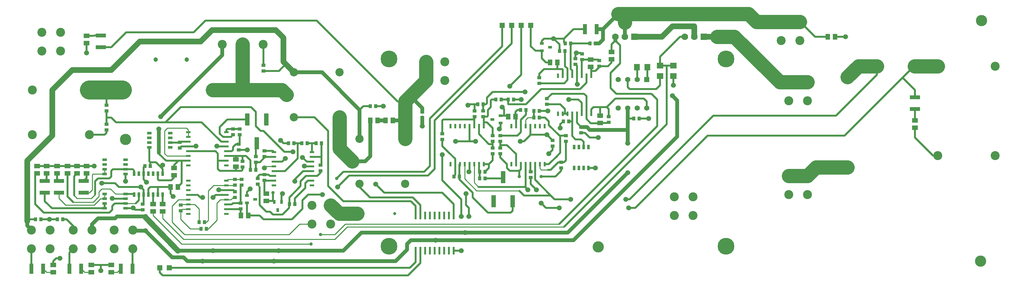
<source format=gtl>
G04 (created by PCBNEW (2013-07-07 BZR 4022)-stable) date 3/11/2016 5:09:17 AM*
%MOIN*%
G04 Gerber Fmt 3.4, Leading zero omitted, Abs format*
%FSLAX34Y34*%
G01*
G70*
G90*
G04 APERTURE LIST*
%ADD10C,0.00590551*%
%ADD11C,0.0944882*%
%ADD12R,0.0315X0.0394*%
%ADD13R,0.0394X0.0315*%
%ADD14R,0.045X0.02*%
%ADD15R,0.02X0.045*%
%ADD16R,0.05X0.025*%
%ADD17R,0.025X0.05*%
%ADD18C,0.0866142*%
%ADD19C,0.0744094*%
%ADD20C,0.0314961*%
%ADD21R,0.055X0.055*%
%ADD22C,0.055*%
%ADD23C,0.177165*%
%ADD24R,0.071X0.063*%
%ADD25R,0.063X0.071*%
%ADD26R,0.059X0.0512*%
%ADD27R,0.0512X0.059*%
%ADD28R,0.0394X0.0354*%
%ADD29R,0.0354X0.0394*%
%ADD30R,0.0433071X0.110236*%
%ADD31R,0.110236X0.0433071*%
%ADD32R,0.023622X0.0787402*%
%ADD33C,0.07*%
%ADD34R,0.07X0.07*%
%ADD35C,0.0472441*%
%ADD36R,0.0468504X0.129921*%
%ADD37C,0.11811*%
%ADD38C,0.0525197*%
%ADD39C,0.035*%
%ADD40C,0.0201575*%
%ADD41C,0.04*%
%ADD42C,0.0601575*%
%ADD43C,0.01*%
%ADD44C,0.15*%
%ADD45C,0.201575*%
G04 APERTURE END LIST*
G54D10*
G54D11*
X26650Y-10300D03*
X28800Y-10300D03*
X30949Y-10300D03*
G54D12*
X32500Y-27733D03*
X32125Y-26867D03*
X32875Y-26867D03*
G54D13*
X30133Y-26600D03*
X29267Y-26975D03*
X29267Y-26225D03*
X61133Y-10600D03*
X60267Y-10975D03*
X60267Y-10225D03*
X55067Y-18200D03*
X55933Y-17825D03*
X55933Y-18575D03*
G54D14*
X32100Y-21650D03*
X32100Y-22150D03*
X32100Y-22650D03*
X32100Y-23150D03*
X32100Y-23650D03*
X32100Y-24150D03*
X32100Y-24650D03*
X32100Y-25150D03*
X36100Y-25150D03*
X36100Y-24650D03*
X36100Y-24150D03*
X36100Y-23650D03*
X36100Y-23150D03*
X36100Y-22650D03*
X36100Y-22150D03*
X36100Y-21650D03*
X23100Y-19550D03*
X23100Y-20050D03*
X23100Y-20550D03*
X23100Y-21050D03*
X23100Y-21550D03*
X23100Y-22050D03*
X23100Y-22550D03*
X23100Y-23050D03*
X27100Y-23050D03*
X27100Y-22550D03*
X27100Y-22050D03*
X27100Y-21550D03*
X27100Y-21050D03*
X27100Y-20550D03*
X27100Y-20050D03*
X27100Y-19550D03*
G54D15*
X54150Y-18900D03*
X53650Y-18900D03*
X53150Y-18900D03*
X52650Y-18900D03*
X52150Y-18900D03*
X51650Y-18900D03*
X51150Y-18900D03*
X50650Y-18900D03*
X50650Y-22900D03*
X51150Y-22900D03*
X51650Y-22900D03*
X52150Y-22900D03*
X52650Y-22900D03*
X53150Y-22900D03*
X53650Y-22900D03*
X54150Y-22900D03*
X60550Y-18900D03*
X60050Y-18900D03*
X59550Y-18900D03*
X59050Y-18900D03*
X58550Y-18900D03*
X58050Y-18900D03*
X57550Y-18900D03*
X57050Y-18900D03*
X57050Y-22900D03*
X57550Y-22900D03*
X58050Y-22900D03*
X58550Y-22900D03*
X59050Y-22900D03*
X59550Y-22900D03*
X60050Y-22900D03*
X60550Y-22900D03*
X65450Y-13600D03*
X64950Y-13600D03*
X64450Y-13600D03*
X63950Y-13600D03*
X63450Y-13600D03*
X62950Y-13600D03*
X62450Y-13600D03*
X61950Y-13600D03*
X61950Y-17600D03*
X62450Y-17600D03*
X62950Y-17600D03*
X63450Y-17600D03*
X63950Y-17600D03*
X64450Y-17600D03*
X64950Y-17600D03*
X65450Y-17600D03*
G54D14*
X23100Y-24650D03*
X23100Y-25150D03*
X23100Y-25650D03*
X23100Y-26150D03*
X23100Y-26650D03*
X23100Y-27150D03*
X23100Y-27650D03*
X23100Y-28150D03*
X27100Y-28150D03*
X27100Y-27650D03*
X27100Y-27150D03*
X27100Y-26650D03*
X27100Y-26150D03*
X27100Y-25650D03*
X27100Y-25150D03*
X27100Y-24650D03*
G54D16*
X16500Y-27550D03*
X16500Y-27050D03*
X16500Y-26550D03*
X16500Y-26050D03*
X14300Y-26050D03*
X14300Y-26550D03*
X14300Y-27050D03*
X14300Y-27550D03*
X19000Y-19650D03*
X19000Y-20150D03*
X19000Y-20650D03*
X19000Y-21150D03*
X21200Y-21150D03*
X21200Y-20650D03*
X21200Y-20150D03*
X21200Y-19650D03*
G54D17*
X63650Y-23300D03*
X64150Y-23300D03*
X64650Y-23300D03*
X65150Y-23300D03*
X65150Y-21100D03*
X64650Y-21100D03*
X64150Y-21100D03*
X63650Y-21100D03*
X17400Y-26100D03*
X17900Y-26100D03*
X18400Y-26100D03*
X18900Y-26100D03*
X19400Y-26100D03*
X19900Y-26100D03*
X20400Y-26100D03*
X20400Y-23900D03*
X19900Y-23900D03*
X19400Y-23900D03*
X18900Y-23900D03*
X18400Y-23900D03*
X17900Y-23900D03*
X17400Y-23900D03*
G54D11*
X6600Y-31800D03*
X6600Y-29831D03*
X8568Y-29831D03*
X8568Y-31800D03*
X11000Y-31800D03*
X11000Y-29831D03*
X12968Y-29831D03*
X12968Y-31800D03*
X15300Y-31800D03*
X15300Y-29831D03*
X17268Y-29831D03*
X17268Y-31800D03*
X87400Y-9900D03*
X85431Y-9900D03*
X85431Y-7931D03*
X87400Y-7931D03*
X74200Y-28300D03*
X74200Y-26331D03*
X76168Y-26331D03*
X76168Y-28300D03*
X36100Y-29200D03*
X36100Y-27231D03*
X38068Y-27231D03*
X38068Y-29200D03*
X48100Y-14100D03*
X48100Y-12131D03*
X50068Y-12131D03*
X50068Y-14100D03*
G54D18*
X45901Y-24962D03*
X41098Y-20237D03*
X40311Y-22600D03*
X41098Y-24962D03*
X45901Y-20237D03*
X39001Y-17962D03*
X34198Y-13237D03*
X33411Y-15600D03*
X34198Y-17962D03*
X39001Y-13237D03*
G54D19*
X25651Y-15100D03*
X16148Y-15100D03*
X92400Y-13748D03*
X92400Y-23251D03*
G54D20*
X95500Y-12600D03*
X99437Y-12600D03*
X44800Y-28100D03*
X40862Y-28100D03*
G54D21*
X56100Y-8300D03*
X58100Y-8300D03*
X57100Y-8300D03*
X59100Y-8300D03*
X20100Y-33800D03*
X21100Y-33800D03*
G54D11*
X88200Y-24131D03*
X86231Y-24131D03*
X86231Y-26100D03*
X88200Y-26100D03*
X88200Y-14288D03*
X86231Y-14288D03*
X88200Y-16257D03*
X86231Y-16257D03*
G54D21*
X71300Y-14000D03*
G54D22*
X70300Y-14000D03*
X69300Y-14000D03*
X68300Y-14000D03*
X68300Y-17000D03*
X69300Y-17000D03*
X70300Y-17000D03*
X71300Y-17000D03*
G54D11*
X6676Y-19800D03*
X12700Y-19800D03*
X107923Y-12600D03*
X101900Y-12600D03*
X6676Y-15100D03*
X12700Y-15100D03*
X107923Y-22000D03*
X101900Y-22000D03*
G54D23*
X79616Y-31542D03*
X79616Y-11857D03*
X44183Y-11857D03*
X44183Y-31542D03*
G54D24*
X72700Y-12550D03*
X72700Y-13650D03*
G54D25*
X70250Y-12700D03*
X71350Y-12700D03*
G54D24*
X74100Y-12550D03*
X74100Y-13650D03*
G54D26*
X20400Y-27125D03*
X20400Y-27875D03*
X8200Y-23125D03*
X8200Y-23875D03*
X9300Y-23125D03*
X9300Y-23875D03*
X21600Y-24075D03*
X21600Y-23325D03*
X12400Y-9425D03*
X12400Y-10175D03*
X19400Y-27125D03*
X19400Y-27875D03*
X12400Y-23125D03*
X12400Y-23875D03*
X7200Y-23125D03*
X7200Y-23875D03*
X10400Y-23125D03*
X10400Y-23875D03*
X11400Y-23125D03*
X11400Y-23875D03*
X66400Y-18575D03*
X66400Y-17825D03*
X67600Y-11125D03*
X67600Y-11875D03*
X65400Y-11925D03*
X65400Y-12675D03*
X99500Y-19075D03*
X99500Y-18325D03*
G54D27*
X21975Y-25300D03*
X21225Y-25300D03*
G54D28*
X27800Y-19796D03*
X27800Y-19204D03*
X37000Y-23596D03*
X37000Y-23004D03*
G54D29*
X33704Y-27100D03*
X34296Y-27100D03*
X37096Y-20700D03*
X36504Y-20700D03*
G54D28*
X14500Y-19296D03*
X14500Y-18704D03*
X14500Y-16704D03*
X14500Y-17296D03*
X31100Y-22096D03*
X31100Y-21504D03*
X64500Y-11896D03*
X64500Y-11304D03*
X66300Y-12596D03*
X66300Y-12004D03*
G54D29*
X56704Y-16100D03*
X57296Y-16100D03*
X55996Y-16100D03*
X55404Y-16100D03*
X54296Y-24400D03*
X53704Y-24400D03*
G54D28*
X53200Y-17304D03*
X53200Y-17896D03*
X55100Y-19904D03*
X55100Y-20496D03*
X49800Y-19704D03*
X49800Y-20296D03*
X55100Y-21204D03*
X55100Y-21796D03*
G54D29*
X51004Y-24200D03*
X51596Y-24200D03*
X54296Y-23700D03*
X53704Y-23700D03*
G54D28*
X28800Y-22604D03*
X28800Y-23196D03*
X28400Y-20804D03*
X28400Y-21396D03*
G54D29*
X30196Y-23500D03*
X29604Y-23500D03*
G54D28*
X28500Y-19204D03*
X28500Y-19796D03*
X30200Y-22696D03*
X30200Y-22104D03*
X31100Y-24004D03*
X31100Y-24596D03*
X55900Y-19904D03*
X55900Y-20496D03*
X62800Y-19904D03*
X62800Y-20496D03*
X55900Y-21204D03*
X55900Y-21796D03*
G54D29*
X24204Y-29000D03*
X24796Y-29000D03*
G54D28*
X28000Y-25804D03*
X28000Y-26396D03*
X28600Y-27596D03*
X28600Y-27004D03*
G54D29*
X24996Y-29700D03*
X24404Y-29700D03*
G54D28*
X28700Y-25096D03*
X28700Y-24504D03*
X22300Y-27796D03*
X22300Y-27204D03*
X28000Y-24504D03*
X28000Y-25096D03*
G54D29*
X62504Y-18400D03*
X63096Y-18400D03*
X59404Y-18000D03*
X59996Y-18000D03*
X34196Y-20700D03*
X33604Y-20700D03*
G54D28*
X47700Y-17404D03*
X47700Y-17996D03*
X30400Y-24996D03*
X30400Y-24404D03*
G54D29*
X35596Y-20700D03*
X35004Y-20700D03*
G54D28*
X22200Y-20604D03*
X22200Y-21196D03*
X60000Y-14396D03*
X60000Y-13804D03*
G54D29*
X65896Y-10200D03*
X65304Y-10200D03*
X62704Y-10200D03*
X63296Y-10200D03*
G54D28*
X59100Y-24296D03*
X59100Y-23704D03*
G54D29*
X19096Y-23100D03*
X18504Y-23100D03*
G54D28*
X64400Y-19596D03*
X64400Y-19004D03*
G54D29*
X62696Y-11000D03*
X62104Y-11000D03*
X70496Y-18100D03*
X69904Y-18100D03*
X58004Y-17200D03*
X58596Y-17200D03*
G54D28*
X61400Y-20404D03*
X61400Y-20996D03*
X18300Y-27104D03*
X18300Y-27696D03*
X63800Y-12396D03*
X63800Y-11804D03*
X67300Y-18496D03*
X67300Y-17904D03*
X60800Y-16004D03*
X60800Y-16596D03*
G54D29*
X54096Y-16600D03*
X53504Y-16600D03*
G54D28*
X54100Y-17304D03*
X54100Y-17896D03*
X62300Y-22704D03*
X62300Y-23296D03*
G54D29*
X59996Y-17300D03*
X59404Y-17300D03*
G54D30*
X66010Y-8700D03*
X64789Y-8700D03*
G54D31*
X99500Y-15889D03*
X99500Y-17110D03*
X9500Y-24689D03*
X9500Y-25910D03*
X13900Y-10610D03*
X13900Y-9389D03*
X12100Y-24689D03*
X12100Y-25910D03*
X8000Y-24689D03*
X8000Y-25910D03*
G54D32*
X47000Y-32000D03*
X47500Y-32000D03*
X48000Y-32000D03*
X48500Y-32000D03*
X49000Y-32000D03*
X49500Y-32000D03*
X50000Y-32000D03*
X50500Y-32000D03*
X51000Y-32000D03*
X51000Y-28299D03*
X50500Y-28299D03*
X50000Y-28299D03*
X49500Y-28299D03*
X49000Y-28299D03*
X48500Y-28299D03*
X48000Y-28299D03*
X47500Y-28299D03*
X47000Y-28299D03*
G54D16*
X16500Y-23950D03*
X16500Y-23450D03*
X16500Y-22950D03*
X16500Y-22450D03*
X14300Y-22450D03*
X14300Y-22950D03*
X14300Y-23450D03*
X14300Y-23950D03*
G54D33*
X68000Y-9500D03*
X69000Y-9500D03*
G54D34*
X70000Y-9500D03*
G54D33*
X75300Y-9500D03*
X76300Y-9500D03*
G54D34*
X77300Y-9500D03*
G54D35*
X22933Y-11900D03*
X19666Y-11900D03*
G54D27*
X42225Y-18300D03*
X42975Y-18300D03*
G54D36*
X30300Y-20719D03*
X31300Y-18200D03*
X29300Y-18200D03*
X56200Y-24280D03*
X55200Y-26800D03*
X57200Y-26800D03*
G54D11*
X7700Y-11000D03*
X7700Y-9031D03*
X9668Y-9031D03*
X9668Y-11000D03*
G54D27*
X90325Y-9500D03*
X91075Y-9500D03*
G54D29*
X7004Y-28700D03*
X7596Y-28700D03*
X42204Y-16800D03*
X42796Y-16800D03*
G54D28*
X31000Y-13096D03*
X31000Y-12504D03*
G54D29*
X9304Y-28700D03*
X9896Y-28700D03*
G54D26*
X28100Y-22425D03*
X28100Y-23175D03*
X31300Y-26025D03*
X31300Y-26775D03*
G54D27*
X56725Y-17900D03*
X57475Y-17900D03*
X61875Y-12200D03*
X61125Y-12200D03*
X28625Y-28300D03*
X29375Y-28300D03*
G54D26*
X12900Y-33525D03*
X12900Y-34275D03*
X15000Y-34275D03*
X15000Y-33525D03*
X8900Y-34275D03*
X8900Y-33525D03*
G54D30*
X6589Y-33900D03*
X7810Y-33900D03*
X11810Y-33900D03*
X10589Y-33900D03*
X17210Y-33900D03*
X15989Y-33900D03*
G54D37*
X16500Y-20300D03*
X106400Y-33100D03*
X106500Y-7800D03*
X66200Y-31600D03*
G54D27*
X43825Y-18300D03*
X44575Y-18300D03*
G54D38*
X42800Y-25000D03*
X13900Y-34100D03*
X9600Y-32800D03*
X26300Y-25600D03*
X29600Y-25500D03*
X61500Y-9700D03*
X55800Y-19200D03*
X34300Y-24700D03*
X8500Y-28700D03*
X43600Y-16800D03*
X71500Y-18100D03*
X66200Y-20100D03*
X16500Y-24700D03*
X92200Y-9500D03*
X29300Y-21400D03*
X33000Y-26000D03*
X61000Y-21800D03*
X59700Y-25600D03*
X33300Y-22300D03*
X51800Y-32000D03*
X47700Y-18900D03*
X74100Y-14600D03*
X63900Y-11200D03*
X60900Y-17300D03*
X65900Y-23300D03*
X12400Y-11200D03*
X17300Y-27500D03*
X58100Y-16100D03*
X52500Y-16700D03*
X32800Y-20400D03*
X20400Y-23000D03*
X21500Y-26300D03*
X15100Y-26500D03*
X24600Y-33100D03*
X32100Y-33100D03*
X24600Y-26400D03*
X18100Y-25300D03*
X18600Y-29900D03*
X60800Y-19800D03*
X62200Y-19100D03*
X74000Y-15700D03*
X64000Y-14500D03*
X51800Y-28400D03*
X49100Y-30900D03*
X58000Y-20500D03*
X53300Y-20500D03*
X51200Y-20500D03*
X49800Y-21900D03*
X13200Y-23100D03*
X14000Y-24900D03*
X23900Y-21000D03*
X31100Y-23300D03*
X69300Y-20700D03*
X69300Y-23800D03*
X52300Y-26000D03*
X52200Y-30100D03*
X52600Y-28400D03*
X25700Y-26400D03*
X25700Y-32000D03*
X32600Y-32000D03*
X18600Y-28400D03*
X52600Y-23700D03*
X35300Y-23100D03*
X18700Y-24800D03*
X26100Y-21000D03*
X35100Y-22200D03*
X34100Y-21600D03*
X37200Y-26100D03*
X38800Y-25300D03*
X56100Y-16900D03*
X56900Y-14700D03*
G54D39*
X32000Y-25900D03*
X38700Y-24400D03*
X36000Y-31300D03*
X37000Y-30300D03*
G54D38*
X20200Y-17900D03*
X20000Y-19200D03*
X69100Y-26600D03*
X63300Y-26600D03*
X63100Y-16100D03*
X58500Y-15300D03*
X58800Y-25600D03*
X60200Y-27000D03*
X62100Y-27500D03*
X69400Y-27500D03*
G54D39*
X57900Y-24200D03*
X60200Y-24200D03*
G54D40*
X6589Y-33900D02*
X6589Y-31810D01*
X6589Y-31810D02*
X6600Y-31800D01*
X7004Y-28700D02*
X6150Y-28700D01*
X6150Y-28700D02*
X6200Y-28700D01*
X6200Y-28700D02*
X6150Y-28700D01*
G54D41*
X6150Y-28900D02*
X6150Y-29381D01*
G54D42*
X18000Y-10000D02*
X15000Y-13000D01*
X15000Y-13000D02*
X10900Y-13000D01*
X10900Y-13000D02*
X8800Y-15100D01*
X8800Y-15100D02*
X8800Y-19900D01*
X8800Y-19900D02*
X7000Y-21700D01*
X33330Y-12369D02*
X33100Y-12139D01*
X25600Y-8800D02*
X24400Y-10000D01*
X32300Y-8800D02*
X25600Y-8800D01*
X33100Y-9600D02*
X32300Y-8800D01*
X33100Y-12139D02*
X33100Y-9600D01*
X24400Y-10000D02*
X18000Y-10000D01*
X6150Y-22550D02*
X7000Y-21700D01*
X6150Y-27450D02*
X6150Y-22550D01*
X6150Y-27450D02*
X6150Y-28700D01*
X6150Y-28700D02*
X6150Y-28900D01*
G54D41*
X6150Y-29381D02*
X6600Y-29831D01*
G54D40*
X42204Y-16800D02*
X41496Y-16800D01*
X41496Y-16800D02*
X41098Y-17198D01*
X31000Y-13096D02*
X32604Y-13096D01*
X32604Y-13096D02*
X33330Y-12369D01*
G54D41*
X37137Y-13237D02*
X41098Y-17198D01*
G54D40*
X51000Y-28299D02*
X51000Y-27100D01*
X42800Y-25000D02*
X43700Y-25900D01*
X43700Y-25900D02*
X49800Y-25900D01*
X49800Y-25900D02*
X51000Y-27100D01*
G54D42*
X34198Y-13237D02*
X33330Y-12369D01*
G54D41*
X41098Y-17198D02*
X41098Y-20237D01*
X34198Y-13237D02*
X37137Y-13237D01*
G54D40*
X13900Y-33525D02*
X13900Y-34100D01*
X12900Y-33525D02*
X13900Y-33525D01*
X13900Y-33525D02*
X15000Y-33525D01*
X8900Y-33525D02*
X8900Y-33100D01*
X9200Y-32800D02*
X9600Y-32800D01*
X8900Y-33100D02*
X9200Y-32800D01*
X27100Y-25650D02*
X26350Y-25650D01*
X26350Y-25650D02*
X26300Y-25600D01*
X29267Y-26225D02*
X29267Y-25833D01*
X29267Y-25833D02*
X29600Y-25500D01*
X27846Y-25650D02*
X27996Y-25800D01*
X27846Y-25650D02*
X27100Y-25650D01*
X61500Y-9700D02*
X60500Y-9700D01*
X60267Y-9933D02*
X60267Y-10225D01*
X60500Y-9700D02*
X60267Y-9933D01*
X62600Y-9700D02*
X62600Y-10096D01*
X62600Y-10096D02*
X62704Y-10200D01*
X62600Y-9700D02*
X61500Y-9700D01*
X61500Y-9700D02*
X62050Y-10250D01*
X62104Y-11000D02*
X62104Y-10304D01*
X62104Y-10304D02*
X62050Y-10250D01*
X55933Y-18575D02*
X55933Y-19067D01*
X55933Y-19067D02*
X55800Y-19200D01*
X34300Y-24700D02*
X34300Y-24500D01*
X34300Y-24500D02*
X35150Y-23650D01*
X36100Y-23650D02*
X35150Y-23650D01*
X34300Y-24700D02*
X34300Y-24500D01*
X8500Y-28700D02*
X9304Y-28700D01*
X7596Y-28700D02*
X8500Y-28700D01*
X7596Y-28700D02*
X8500Y-28700D01*
X42796Y-16800D02*
X43600Y-16800D01*
X70496Y-18100D02*
X71500Y-18100D01*
X64400Y-19596D02*
X64796Y-19596D01*
X65300Y-20100D02*
X66200Y-20100D01*
X64796Y-19596D02*
X65300Y-20100D01*
X31000Y-12504D02*
X31000Y-10350D01*
X31000Y-10350D02*
X30949Y-10300D01*
X31000Y-10350D02*
X30949Y-10300D01*
X16500Y-23950D02*
X16500Y-24700D01*
X101900Y-22000D02*
X101400Y-22000D01*
X99500Y-20100D02*
X99500Y-19075D01*
X101400Y-22000D02*
X99500Y-20100D01*
X91075Y-9500D02*
X92200Y-9500D01*
X28400Y-21396D02*
X29296Y-21396D01*
X29296Y-21396D02*
X29300Y-21400D01*
X32875Y-26867D02*
X32875Y-26125D01*
X32875Y-26125D02*
X33000Y-26000D01*
X61400Y-20996D02*
X61400Y-21400D01*
X61400Y-21400D02*
X61000Y-21800D01*
X59100Y-24296D02*
X59100Y-25000D01*
X59100Y-25000D02*
X59700Y-25600D01*
X32100Y-22650D02*
X32950Y-22650D01*
X32950Y-22650D02*
X33300Y-22300D01*
X64789Y-8700D02*
X63600Y-8700D01*
X62800Y-9500D02*
X62600Y-9700D01*
X63600Y-8700D02*
X62800Y-9500D01*
X51000Y-32000D02*
X51800Y-32000D01*
G54D41*
X47700Y-17996D02*
X47700Y-18900D01*
G54D40*
X74100Y-13650D02*
X74100Y-14600D01*
X63800Y-11804D02*
X63800Y-11300D01*
X63900Y-11200D02*
X64396Y-11200D01*
X64396Y-11200D02*
X64500Y-11304D01*
X63800Y-11300D02*
X63900Y-11200D01*
X59996Y-17300D02*
X60900Y-17300D01*
X65150Y-23300D02*
X65900Y-23300D01*
X12400Y-10175D02*
X12400Y-11200D01*
X18300Y-27696D02*
X17496Y-27696D01*
G54D43*
X17250Y-27550D02*
X17300Y-27500D01*
G54D40*
X17250Y-27550D02*
X16500Y-27550D01*
X17496Y-27696D02*
X17300Y-27500D01*
X57296Y-16100D02*
X58100Y-16100D01*
X53200Y-17304D02*
X53200Y-16600D01*
X53504Y-16600D02*
X53200Y-16600D01*
X53200Y-16600D02*
X52600Y-16600D01*
X52600Y-16600D02*
X52500Y-16700D01*
X19000Y-21150D02*
X19000Y-22604D01*
X19000Y-22604D02*
X19096Y-22700D01*
X19096Y-23100D02*
X19096Y-22700D01*
G54D43*
X19096Y-22700D02*
X19100Y-22700D01*
G54D40*
X14500Y-19296D02*
X14500Y-19600D01*
X14300Y-19800D02*
X12700Y-19800D01*
X14500Y-19600D02*
X14300Y-19800D01*
X33604Y-20700D02*
X33100Y-20700D01*
X33100Y-20700D02*
X32800Y-20400D01*
X20200Y-23200D02*
X20400Y-23000D01*
X20400Y-23900D02*
X20400Y-23400D01*
X19700Y-22700D02*
X19100Y-22700D01*
X20400Y-23400D02*
X20200Y-23200D01*
X20200Y-23200D02*
X19700Y-22700D01*
X21225Y-25300D02*
X21225Y-26025D01*
X21225Y-26025D02*
X21500Y-26300D01*
X19900Y-26100D02*
X19900Y-25300D01*
X21225Y-25300D02*
X19900Y-25300D01*
X19900Y-25300D02*
X19100Y-25300D01*
X18900Y-25500D02*
X18900Y-26100D01*
X19100Y-25300D02*
X18900Y-25500D01*
X16500Y-26550D02*
X15150Y-26550D01*
X15150Y-26550D02*
X15100Y-26500D01*
G54D41*
X74000Y-20500D02*
X74500Y-20000D01*
X74500Y-16200D02*
X74000Y-15700D01*
X74500Y-20000D02*
X74500Y-16200D01*
X22600Y-32700D02*
X23000Y-33100D01*
X18600Y-29900D02*
X21400Y-32700D01*
X21400Y-32700D02*
X22600Y-32700D01*
X23000Y-33100D02*
X24600Y-33100D01*
X32100Y-33100D02*
X24600Y-33100D01*
X45100Y-32900D02*
X44900Y-33100D01*
X44900Y-33100D02*
X32100Y-33100D01*
G54D40*
X17210Y-33900D02*
X17210Y-31858D01*
X17210Y-31858D02*
X17268Y-31800D01*
X24600Y-26400D02*
X24350Y-26400D01*
X24350Y-26400D02*
X24100Y-26150D01*
G54D41*
X17900Y-29900D02*
X17337Y-29900D01*
X17337Y-29900D02*
X17268Y-29831D01*
X17900Y-29900D02*
X18600Y-29900D01*
G54D40*
X17900Y-29900D02*
X17900Y-29900D01*
X60800Y-19800D02*
X59050Y-19800D01*
X59050Y-19800D02*
X59050Y-19850D01*
X62504Y-18400D02*
X62200Y-18704D01*
X60800Y-19804D02*
X61400Y-20404D01*
X60800Y-19800D02*
X60800Y-19804D01*
X62200Y-18704D02*
X62200Y-19100D01*
X60846Y-19850D02*
X61400Y-20404D01*
G54D41*
X63600Y-30900D02*
X74000Y-20500D01*
X49100Y-30900D02*
X63600Y-30900D01*
X46500Y-30900D02*
X49100Y-30900D01*
X45100Y-32900D02*
X46100Y-31900D01*
X46100Y-31900D02*
X46100Y-31300D01*
X46100Y-31300D02*
X46500Y-30900D01*
G54D40*
X17900Y-29900D02*
X17900Y-29900D01*
X63950Y-13600D02*
X63950Y-14450D01*
G54D43*
X63950Y-14450D02*
X64000Y-14500D01*
G54D40*
X52650Y-18900D02*
X52650Y-20500D01*
G54D43*
X52650Y-20500D02*
X52700Y-20500D01*
G54D40*
X49800Y-22500D02*
X49800Y-21900D01*
X51800Y-28400D02*
X51800Y-26600D01*
X51800Y-26600D02*
X49800Y-24600D01*
X49800Y-24600D02*
X49800Y-22500D01*
X59050Y-19850D02*
X59050Y-18900D01*
X58400Y-20500D02*
X59050Y-19850D01*
X58000Y-20500D02*
X58400Y-20500D01*
X51200Y-20500D02*
X52700Y-20500D01*
X52700Y-20500D02*
X53300Y-20500D01*
X23100Y-26150D02*
X24100Y-26150D01*
G54D43*
X24100Y-26150D02*
X24100Y-26200D01*
G54D40*
X13200Y-23100D02*
X12425Y-23100D01*
G54D43*
X12425Y-23100D02*
X12400Y-23125D01*
G54D40*
X18100Y-25300D02*
X15800Y-25300D01*
X15400Y-24900D02*
X14000Y-24900D01*
X15800Y-25300D02*
X15400Y-24900D01*
X18400Y-26100D02*
X18400Y-25600D01*
X18400Y-25600D02*
X18100Y-25300D01*
X7200Y-23125D02*
X8200Y-23125D01*
X8200Y-23125D02*
X9300Y-23125D01*
X9300Y-23125D02*
X10400Y-23125D01*
X10400Y-23125D02*
X11400Y-23125D01*
X11400Y-23125D02*
X12400Y-23125D01*
X23100Y-21050D02*
X22346Y-21050D01*
X22346Y-21050D02*
X22200Y-21196D01*
G54D43*
X23900Y-21000D02*
X23850Y-21050D01*
G54D40*
X23850Y-21050D02*
X23100Y-21050D01*
G54D43*
X31250Y-23150D02*
X32100Y-23150D01*
X31100Y-23300D02*
X31250Y-23150D01*
G54D40*
X18400Y-26100D02*
X18400Y-27004D01*
G54D43*
X18400Y-27004D02*
X18300Y-27104D01*
G54D40*
X63950Y-13600D02*
X63950Y-12546D01*
X63950Y-12546D02*
X63800Y-12396D01*
X71350Y-12700D02*
X71350Y-13950D01*
G54D43*
X71350Y-13950D02*
X71300Y-14000D01*
G54D41*
X39400Y-32000D02*
X41300Y-30100D01*
X52200Y-30100D02*
X41300Y-30100D01*
X39400Y-32000D02*
X32600Y-32000D01*
X63000Y-30100D02*
X52200Y-30100D01*
X69300Y-23800D02*
X63000Y-30100D01*
X69300Y-19300D02*
X69300Y-20700D01*
G54D40*
X52300Y-27200D02*
X52300Y-26000D01*
X52600Y-28400D02*
X52600Y-27500D01*
X52600Y-27500D02*
X52300Y-27200D01*
G54D41*
X23300Y-32000D02*
X23300Y-32000D01*
X21997Y-32000D02*
X23300Y-32000D01*
G54D40*
X10589Y-33900D02*
X10589Y-32210D01*
X10589Y-32210D02*
X11000Y-31800D01*
X27100Y-26150D02*
X25950Y-26150D01*
X25950Y-26150D02*
X25700Y-26400D01*
G54D41*
X14900Y-28600D02*
X15400Y-28600D01*
X15400Y-28600D02*
X15600Y-28400D01*
G54D40*
X11000Y-29831D02*
X11000Y-29400D01*
X11000Y-29400D02*
X10300Y-28700D01*
G54D41*
X12968Y-29831D02*
X12968Y-29231D01*
X12968Y-29231D02*
X13600Y-28600D01*
G54D40*
X9896Y-28700D02*
X10300Y-28700D01*
G54D41*
X18600Y-28400D02*
X15600Y-28400D01*
X14900Y-28600D02*
X13600Y-28600D01*
G54D40*
X69904Y-18100D02*
X69300Y-18100D01*
G54D41*
X69300Y-19300D02*
X69300Y-18100D01*
X69300Y-18100D02*
X69300Y-17000D01*
X64400Y-19004D02*
X65004Y-19004D01*
X65300Y-19300D02*
X69300Y-19300D01*
X65004Y-19004D02*
X65300Y-19300D01*
G54D40*
X63950Y-18254D02*
X63950Y-18554D01*
X63950Y-17600D02*
X63950Y-18254D01*
X63950Y-18554D02*
X64400Y-19004D01*
X18600Y-28400D02*
X18600Y-28500D01*
G54D41*
X23300Y-32000D02*
X25700Y-32000D01*
G54D42*
X18600Y-28500D02*
X21997Y-32000D01*
G54D40*
X59050Y-22900D02*
X59050Y-23654D01*
X59050Y-23654D02*
X59100Y-23704D01*
G54D41*
X25700Y-32000D02*
X32600Y-32000D01*
G54D40*
X52650Y-22900D02*
X52650Y-23650D01*
X52600Y-23700D02*
X52650Y-23650D01*
X35350Y-23150D02*
X36100Y-23150D01*
X35300Y-23100D02*
X35350Y-23150D01*
X18400Y-23900D02*
X18400Y-24500D01*
X18400Y-24500D02*
X18700Y-24800D01*
X26150Y-21050D02*
X27100Y-21050D01*
G54D43*
X26100Y-21000D02*
X26150Y-21050D01*
G54D40*
X18400Y-23900D02*
X18400Y-23204D01*
X18400Y-23204D02*
X18504Y-23100D01*
X28500Y-19796D02*
X28500Y-20704D01*
G54D43*
X28500Y-20704D02*
X28400Y-20804D01*
G54D40*
X27650Y-21550D02*
X27800Y-21400D01*
X27100Y-21550D02*
X27650Y-21550D01*
X28096Y-20804D02*
X28400Y-20804D01*
X27800Y-21100D02*
X28096Y-20804D01*
X27800Y-21400D02*
X27800Y-21100D01*
G54D43*
X28504Y-19800D02*
X28500Y-19796D01*
G54D40*
X54296Y-24400D02*
X56080Y-24400D01*
G54D43*
X56080Y-24400D02*
X56200Y-24280D01*
G54D40*
X27100Y-20050D02*
X26750Y-20050D01*
X27200Y-18200D02*
X29300Y-18200D01*
X26400Y-19000D02*
X27200Y-18200D01*
X26400Y-19700D02*
X26400Y-19000D01*
X26750Y-20050D02*
X26400Y-19700D01*
X27100Y-20050D02*
X27600Y-20050D01*
X27600Y-20050D02*
X27800Y-19796D01*
G54D43*
X30400Y-24996D02*
X30400Y-25100D01*
G54D40*
X30600Y-27200D02*
X31300Y-27900D01*
X31300Y-27900D02*
X31700Y-27900D01*
X30600Y-25300D02*
X30600Y-27200D01*
X33700Y-27104D02*
X33700Y-27500D01*
X33700Y-27500D02*
X33300Y-27900D01*
X33700Y-27104D02*
X33704Y-27100D01*
X32000Y-28200D02*
X33000Y-28200D01*
X33000Y-28200D02*
X33300Y-27900D01*
X31700Y-27900D02*
X32000Y-28200D01*
G54D43*
X30400Y-25100D02*
X30600Y-25300D01*
X30300Y-24996D02*
X30300Y-25000D01*
G54D40*
X34900Y-24700D02*
X34900Y-25200D01*
X34900Y-25200D02*
X33704Y-26396D01*
X37000Y-23596D02*
X37000Y-23800D01*
X37000Y-23800D02*
X36650Y-24150D01*
X36100Y-24150D02*
X36650Y-24150D01*
X33704Y-27100D02*
X33704Y-26396D01*
X35450Y-24150D02*
X36100Y-24150D01*
X34900Y-24700D02*
X35450Y-24150D01*
X36504Y-20700D02*
X36100Y-20700D01*
X36100Y-21650D02*
X36100Y-20700D01*
X35596Y-20700D02*
X36100Y-20700D01*
G54D44*
X39200Y-28100D02*
X38937Y-28100D01*
X38937Y-28100D02*
X38068Y-27231D01*
X40862Y-28100D02*
X39200Y-28100D01*
G54D43*
X33700Y-30300D02*
X22700Y-30300D01*
X22700Y-30300D02*
X21400Y-29000D01*
X21400Y-29000D02*
X21400Y-27300D01*
X21400Y-27300D02*
X22050Y-26650D01*
X23100Y-26650D02*
X22050Y-26650D01*
X34800Y-29200D02*
X33700Y-30300D01*
X34800Y-29200D02*
X36100Y-29200D01*
X14300Y-23450D02*
X14300Y-23950D01*
X14300Y-23950D02*
X13050Y-23950D01*
X12689Y-25910D02*
X12100Y-25910D01*
X13000Y-25600D02*
X12689Y-25910D01*
X13000Y-24000D02*
X13000Y-25600D01*
X13050Y-23950D02*
X13000Y-24000D01*
G54D40*
X11100Y-26200D02*
X11100Y-24175D01*
X11100Y-24175D02*
X11400Y-23875D01*
X16500Y-23450D02*
X15150Y-23450D01*
X15150Y-23450D02*
X15000Y-23600D01*
X15000Y-23600D02*
X15000Y-24200D01*
X15000Y-24200D02*
X14800Y-24400D01*
X14800Y-24400D02*
X13600Y-24400D01*
X13600Y-24400D02*
X13300Y-24700D01*
X13300Y-24700D02*
X13300Y-26100D01*
G54D43*
X13300Y-26100D02*
X12900Y-26500D01*
X12900Y-26500D02*
X11400Y-26500D01*
X11400Y-26500D02*
X11100Y-26200D01*
G54D40*
X16500Y-23450D02*
X17250Y-23450D01*
X17400Y-23600D02*
X17400Y-23900D01*
X17250Y-23450D02*
X17400Y-23600D01*
X58050Y-18250D02*
X58596Y-17704D01*
X58596Y-17200D02*
X58596Y-17704D01*
X58050Y-18250D02*
X58050Y-18900D01*
X55900Y-19904D02*
X57696Y-19904D01*
X58050Y-19550D02*
X58050Y-18900D01*
X57696Y-19904D02*
X58050Y-19550D01*
X8000Y-25910D02*
X8000Y-26800D01*
X8750Y-27550D02*
X14300Y-27550D01*
X8000Y-26800D02*
X8750Y-27550D01*
X14300Y-27550D02*
X14300Y-27050D01*
G54D43*
X14300Y-26550D02*
X13850Y-26550D01*
X9500Y-26500D02*
X9500Y-25910D01*
X10200Y-27200D02*
X9500Y-26500D01*
X13200Y-27200D02*
X10200Y-27200D01*
X13850Y-26550D02*
X13200Y-27200D01*
X14300Y-26050D02*
X14300Y-26550D01*
G54D40*
X13900Y-9389D02*
X12400Y-9425D01*
X30896Y-24004D02*
X30596Y-24004D01*
X31100Y-24004D02*
X30896Y-24004D01*
X30400Y-24200D02*
X30400Y-24404D01*
X30596Y-24004D02*
X30400Y-24200D01*
X31100Y-24004D02*
X31504Y-24004D01*
X31650Y-24150D02*
X32100Y-24150D01*
X31504Y-24004D02*
X31650Y-24150D01*
X34600Y-20700D02*
X35004Y-20700D01*
X34600Y-22300D02*
X33250Y-23650D01*
X32100Y-23650D02*
X33250Y-23650D01*
X34600Y-22300D02*
X34600Y-20700D01*
X34196Y-20700D02*
X34600Y-20700D01*
X28100Y-22425D02*
X28100Y-22050D01*
X28800Y-22604D02*
X28800Y-22050D01*
X27100Y-22050D02*
X28100Y-22050D01*
X28100Y-22050D02*
X28800Y-22050D01*
X28800Y-22050D02*
X29150Y-22050D01*
X29604Y-22504D02*
X29604Y-23500D01*
X29150Y-22050D02*
X29604Y-22504D01*
X31100Y-24596D02*
X31100Y-25825D01*
X31100Y-25825D02*
X31300Y-26025D01*
X32100Y-24650D02*
X31154Y-24650D01*
G54D43*
X31154Y-24650D02*
X31100Y-24596D01*
G54D40*
X30200Y-18900D02*
X30200Y-17400D01*
X35550Y-22650D02*
X35100Y-22200D01*
X34100Y-21600D02*
X33200Y-21600D01*
X33200Y-21600D02*
X31700Y-20100D01*
X36100Y-22650D02*
X35550Y-22650D01*
X21100Y-18100D02*
X20700Y-18500D01*
X31000Y-19400D02*
X30700Y-19400D01*
X30700Y-19400D02*
X30200Y-18900D01*
X31700Y-20100D02*
X31000Y-19400D01*
X30200Y-17400D02*
X29700Y-16900D01*
X29700Y-16900D02*
X22300Y-16900D01*
X22300Y-16900D02*
X21100Y-18100D01*
X20700Y-18500D02*
X24500Y-18500D01*
X20700Y-18500D02*
X15500Y-18500D01*
X15000Y-18000D02*
X14500Y-18000D01*
X15500Y-18500D02*
X15000Y-18000D01*
X14500Y-18704D02*
X14500Y-18000D01*
X14500Y-17296D02*
X14500Y-18000D01*
X27100Y-20550D02*
X26550Y-20550D01*
X26550Y-20550D02*
X24500Y-18500D01*
X36100Y-22150D02*
X37096Y-22150D01*
X37096Y-20700D02*
X37096Y-22150D01*
X37096Y-22150D02*
X37096Y-22908D01*
X37096Y-22908D02*
X37000Y-23004D01*
X35400Y-24900D02*
X35400Y-25400D01*
X35400Y-25400D02*
X34296Y-26504D01*
X34296Y-27100D02*
X34296Y-26504D01*
X36100Y-24650D02*
X35650Y-24650D01*
X35650Y-24650D02*
X35400Y-24900D01*
G54D41*
X42225Y-18300D02*
X42225Y-22075D01*
X41700Y-22600D02*
X40311Y-22600D01*
X42225Y-22075D02*
X41700Y-22600D01*
G54D44*
X39001Y-17962D02*
X39001Y-21290D01*
X39001Y-21290D02*
X40311Y-22600D01*
G54D41*
X42975Y-18300D02*
X43825Y-18300D01*
G54D40*
X55404Y-16100D02*
X55000Y-16100D01*
X54900Y-16200D02*
X54900Y-16900D01*
X55000Y-16100D02*
X54900Y-16200D01*
X54100Y-17896D02*
X54504Y-17896D01*
X54504Y-17896D02*
X54600Y-17800D01*
X54600Y-17800D02*
X54600Y-17200D01*
X54600Y-17200D02*
X54900Y-16900D01*
X54150Y-18500D02*
X54150Y-17946D01*
G54D43*
X54150Y-17946D02*
X54100Y-17896D01*
G54D40*
X55100Y-19904D02*
X55100Y-19100D01*
X54500Y-18500D02*
X54150Y-18500D01*
X55100Y-19100D02*
X54500Y-18500D01*
X54150Y-18900D02*
X54150Y-18500D01*
X47500Y-33300D02*
X47500Y-32000D01*
X20700Y-34600D02*
X20400Y-34600D01*
X46200Y-34600D02*
X20700Y-34600D01*
X47500Y-33300D02*
X46200Y-34600D01*
X20100Y-34300D02*
X20100Y-33800D01*
X20400Y-34600D02*
X20100Y-34300D01*
X34198Y-17962D02*
X36362Y-17962D01*
X47000Y-27300D02*
X47000Y-28299D01*
X39400Y-26800D02*
X46500Y-26800D01*
X46500Y-26800D02*
X47000Y-27300D01*
X37800Y-25200D02*
X39400Y-26800D01*
X37800Y-19400D02*
X37800Y-25200D01*
X36362Y-17962D02*
X37800Y-19400D01*
G54D43*
X46500Y-26800D02*
X47000Y-27300D01*
X36362Y-17962D02*
X37800Y-19400D01*
G54D40*
X25500Y-21550D02*
X25950Y-21550D01*
X26200Y-21800D02*
X26200Y-22200D01*
X25950Y-21550D02*
X26200Y-21800D01*
X28100Y-23175D02*
X28100Y-23600D01*
X27600Y-23600D02*
X28100Y-23600D01*
X28100Y-23600D02*
X28700Y-23600D01*
X26400Y-23600D02*
X26200Y-23400D01*
X27600Y-23600D02*
X26400Y-23600D01*
X26200Y-22600D02*
X26200Y-23400D01*
X28800Y-23500D02*
X28800Y-23196D01*
X28700Y-23600D02*
X28800Y-23500D01*
X27100Y-22550D02*
X26200Y-22550D01*
G54D43*
X26200Y-22550D02*
X26200Y-22600D01*
G54D40*
X23950Y-21550D02*
X25500Y-21550D01*
X26200Y-22200D02*
X26200Y-22600D01*
X23950Y-21550D02*
X23100Y-21550D01*
G54D44*
X28800Y-15100D02*
X32911Y-15100D01*
X32911Y-15100D02*
X33411Y-15600D01*
X28800Y-15100D02*
X25651Y-15100D01*
X28800Y-10300D02*
X28800Y-15100D01*
G54D40*
X21100Y-33800D02*
X46400Y-33800D01*
X46600Y-33600D02*
X46800Y-33400D01*
X47000Y-33200D02*
X46800Y-33400D01*
X47000Y-33200D02*
X47000Y-32000D01*
X46400Y-33800D02*
X46600Y-33600D01*
G54D41*
X44575Y-18300D02*
X45600Y-18300D01*
G54D40*
X45600Y-18300D02*
X45900Y-18000D01*
X23650Y-9050D02*
X16550Y-9050D01*
X16550Y-9050D02*
X15000Y-10600D01*
G54D41*
X47700Y-17404D02*
X47700Y-17000D01*
X47700Y-17000D02*
X46450Y-15750D01*
X45900Y-18100D02*
X45900Y-18000D01*
G54D44*
X48100Y-14100D02*
X48100Y-12131D01*
X45900Y-16300D02*
X46450Y-15750D01*
X46450Y-15750D02*
X48100Y-14100D01*
X45900Y-16300D02*
X45900Y-18000D01*
X45900Y-18000D02*
X45900Y-20236D01*
X45900Y-20236D02*
X45901Y-20237D01*
G54D43*
X45901Y-16300D02*
X45900Y-16300D01*
G54D40*
X45900Y-16300D02*
X45100Y-16300D01*
X15000Y-10600D02*
X13900Y-10610D01*
X24900Y-7800D02*
X23650Y-9050D01*
X36600Y-7800D02*
X24900Y-7800D01*
X45100Y-16300D02*
X36600Y-7800D01*
G54D43*
X45901Y-16300D02*
X45901Y-16298D01*
G54D40*
X14500Y-16704D02*
X14500Y-15100D01*
G54D45*
X14500Y-15100D02*
X16148Y-15100D01*
X12700Y-15100D02*
X14500Y-15100D01*
G54D40*
X30600Y-28300D02*
X31000Y-28700D01*
X29267Y-26975D02*
X29267Y-28192D01*
X29267Y-28192D02*
X29375Y-28300D01*
X29375Y-28300D02*
X30600Y-28300D01*
X31000Y-28700D02*
X31500Y-28700D01*
X31700Y-28700D02*
X31500Y-28700D01*
X57100Y-10200D02*
X57100Y-8300D01*
X34000Y-28700D02*
X31700Y-28700D01*
X35100Y-27600D02*
X34000Y-28700D01*
X35100Y-26700D02*
X35100Y-27600D01*
X35700Y-26100D02*
X35100Y-26700D01*
X37200Y-26100D02*
X35700Y-26100D01*
X40000Y-24100D02*
X38800Y-25300D01*
X48300Y-24100D02*
X40000Y-24100D01*
X49000Y-23400D02*
X48300Y-24100D01*
X49000Y-18300D02*
X49000Y-23400D01*
X57100Y-10200D02*
X49000Y-18300D01*
X29367Y-28292D02*
X29375Y-28300D01*
X56300Y-17100D02*
X56100Y-16900D01*
X56300Y-17825D02*
X56300Y-17100D01*
X55933Y-17825D02*
X56300Y-17825D01*
X56300Y-17825D02*
X56650Y-17825D01*
X56650Y-17825D02*
X56725Y-17900D01*
X58100Y-13500D02*
X58100Y-8300D01*
X56900Y-14700D02*
X58100Y-13500D01*
X56300Y-17100D02*
X56100Y-16900D01*
X31300Y-26775D02*
X32033Y-26775D01*
X32033Y-26775D02*
X32125Y-26867D01*
X32000Y-26575D02*
X32000Y-26600D01*
X32000Y-26192D02*
X32000Y-26600D01*
X32000Y-26600D02*
X32000Y-26742D01*
X32000Y-26742D02*
X32125Y-26867D01*
X32000Y-25900D02*
X32000Y-26192D01*
X56100Y-10500D02*
X48500Y-18100D01*
X48500Y-18100D02*
X48500Y-23100D01*
X48500Y-23100D02*
X47900Y-23700D01*
X47900Y-23700D02*
X39400Y-23700D01*
X39400Y-23700D02*
X38700Y-24400D01*
X56100Y-10500D02*
X56100Y-8300D01*
X61125Y-12200D02*
X60700Y-12200D01*
X60700Y-12200D02*
X60267Y-11767D01*
X60267Y-10975D02*
X59575Y-10975D01*
X59575Y-10975D02*
X59100Y-10500D01*
X59100Y-10500D02*
X59100Y-8300D01*
X60267Y-11767D02*
X60267Y-10975D01*
X21200Y-20650D02*
X22154Y-20650D01*
G54D43*
X22154Y-20650D02*
X22200Y-20604D01*
G54D40*
X23100Y-20550D02*
X22254Y-20550D01*
G54D43*
X22254Y-20550D02*
X22200Y-20604D01*
X20600Y-19600D02*
X20600Y-19400D01*
X23100Y-19300D02*
X23100Y-19550D01*
X22900Y-19100D02*
X23100Y-19300D01*
X20900Y-19100D02*
X22900Y-19100D01*
X20600Y-19400D02*
X20900Y-19100D01*
X21850Y-22050D02*
X20850Y-22050D01*
X20850Y-22050D02*
X20600Y-21800D01*
X20600Y-19600D02*
X20600Y-21800D01*
X21850Y-22050D02*
X23100Y-22050D01*
X23100Y-20050D02*
X23100Y-19550D01*
G54D40*
X31100Y-21504D02*
X32000Y-21500D01*
X32000Y-21500D02*
X32100Y-21650D01*
X63096Y-18400D02*
X63450Y-18400D01*
X63800Y-20300D02*
X63450Y-19950D01*
X63450Y-17600D02*
X63450Y-18400D01*
X63450Y-18400D02*
X63450Y-18646D01*
X64400Y-20300D02*
X63800Y-20300D01*
X64650Y-20550D02*
X64400Y-20300D01*
X64650Y-20550D02*
X64650Y-21100D01*
X63450Y-19950D02*
X63450Y-18900D01*
X63450Y-18900D02*
X63450Y-18646D01*
X62450Y-17600D02*
X62700Y-17600D01*
X60800Y-16596D02*
X62196Y-16596D01*
X62196Y-16596D02*
X62700Y-17100D01*
X62700Y-17100D02*
X62700Y-17600D01*
X62950Y-17600D02*
X62700Y-17600D01*
X65400Y-11925D02*
X66221Y-11925D01*
G54D43*
X66221Y-11925D02*
X66300Y-12004D01*
G54D40*
X64500Y-11896D02*
X65371Y-11896D01*
G54D43*
X65371Y-11896D02*
X65400Y-11925D01*
G54D40*
X64450Y-13600D02*
X64450Y-11946D01*
G54D43*
X64450Y-11946D02*
X64500Y-11896D01*
G54D41*
X68000Y-9900D02*
X68000Y-9500D01*
G54D43*
X39500Y-29300D02*
X39600Y-29200D01*
G54D40*
X68100Y-10000D02*
X68000Y-9900D01*
X68000Y-9900D02*
X68500Y-10400D01*
X68500Y-10400D02*
X68500Y-12300D01*
X68500Y-12300D02*
X67500Y-13300D01*
X67500Y-13300D02*
X67500Y-14900D01*
X67500Y-14900D02*
X68100Y-15500D01*
X68100Y-15500D02*
X71800Y-15500D01*
X71800Y-15500D02*
X72400Y-16100D01*
X72400Y-16100D02*
X72400Y-18900D01*
X72400Y-18900D02*
X62100Y-29200D01*
X67900Y-10000D02*
X68100Y-10000D01*
G54D43*
X62100Y-29200D02*
X40900Y-29200D01*
X22400Y-31300D02*
X19400Y-28300D01*
X19400Y-28300D02*
X19400Y-27875D01*
X36000Y-31300D02*
X22400Y-31300D01*
X39500Y-29300D02*
X38500Y-30300D01*
X37000Y-30300D02*
X38500Y-30300D01*
X39600Y-29200D02*
X40900Y-29200D01*
G54D40*
X67600Y-11125D02*
X67600Y-10300D01*
X67600Y-10300D02*
X67900Y-10000D01*
X47500Y-27200D02*
X47500Y-28299D01*
X46700Y-26400D02*
X47500Y-27200D01*
X42200Y-26400D02*
X46700Y-26400D01*
X41098Y-24962D02*
X41098Y-25298D01*
X41098Y-25298D02*
X42200Y-26400D01*
G54D43*
X41098Y-25298D02*
X42200Y-26400D01*
G54D40*
X56704Y-16600D02*
X58600Y-16600D01*
X55996Y-16100D02*
X56704Y-16100D01*
X64950Y-14350D02*
X64950Y-13600D01*
X64300Y-15000D02*
X64950Y-14350D01*
X60200Y-15000D02*
X64300Y-15000D01*
X58600Y-16600D02*
X60200Y-15000D01*
X56704Y-16600D02*
X56704Y-16100D01*
G54D43*
X67200Y-12596D02*
X67204Y-12596D01*
G54D40*
X67204Y-12596D02*
X67600Y-12200D01*
X67600Y-12200D02*
X67600Y-11875D01*
X66300Y-12596D02*
X67200Y-12596D01*
G54D43*
X66300Y-12596D02*
X66300Y-12700D01*
G54D40*
X65900Y-13100D02*
X65450Y-13100D01*
X66300Y-12700D02*
X65900Y-13100D01*
X65450Y-13600D02*
X65450Y-13100D01*
X65450Y-13100D02*
X65450Y-12725D01*
G54D43*
X65450Y-12725D02*
X65400Y-12675D01*
G54D40*
X28600Y-27596D02*
X28600Y-28275D01*
X28600Y-28275D02*
X28625Y-28300D01*
X27100Y-27650D02*
X28546Y-27650D01*
X28546Y-27650D02*
X28600Y-27596D01*
X28600Y-28275D02*
X28625Y-28300D01*
X28546Y-27650D02*
X28600Y-27596D01*
X28600Y-27004D02*
X28600Y-25196D01*
X28600Y-25196D02*
X28700Y-25096D01*
X27100Y-27150D02*
X27650Y-27150D01*
X27796Y-27004D02*
X28600Y-27004D01*
X27650Y-27150D02*
X27796Y-27004D01*
G54D43*
X27100Y-26650D02*
X27550Y-26650D01*
X27804Y-26396D02*
X28000Y-26396D01*
X27550Y-26650D02*
X27804Y-26396D01*
X24996Y-29700D02*
X25200Y-29700D01*
X26450Y-26650D02*
X27100Y-26650D01*
X26100Y-27000D02*
X26450Y-26650D01*
X26100Y-28800D02*
X26100Y-27000D01*
X25200Y-29700D02*
X26100Y-28800D01*
G54D40*
X30200Y-22104D02*
X30200Y-20819D01*
G54D43*
X30200Y-20819D02*
X30300Y-20719D01*
G54D42*
X74000Y-8400D02*
X76300Y-8400D01*
X76300Y-8400D02*
X76300Y-9500D01*
X72900Y-9500D02*
X74000Y-8400D01*
X70000Y-9500D02*
X72900Y-9500D01*
G54D43*
X58550Y-18900D02*
X58550Y-18250D01*
X58800Y-18000D02*
X59404Y-18000D01*
X58550Y-18250D02*
X58800Y-18000D01*
G54D40*
X59404Y-18000D02*
X59404Y-17300D01*
G54D44*
X86231Y-14288D02*
X85288Y-14288D01*
X84288Y-13288D02*
X80500Y-9500D01*
G54D42*
X78700Y-9500D02*
X77300Y-9500D01*
G54D44*
X80500Y-9500D02*
X78700Y-9500D01*
X85288Y-14288D02*
X84288Y-13288D01*
X86231Y-14288D02*
X88200Y-14288D01*
X86231Y-24131D02*
X88200Y-24131D01*
X88200Y-24131D02*
X89079Y-23251D01*
X89079Y-23251D02*
X92400Y-23251D01*
G54D40*
X63296Y-12696D02*
X63296Y-12896D01*
X63296Y-12896D02*
X63450Y-13050D01*
X65304Y-10200D02*
X63296Y-10200D01*
X63450Y-13600D02*
X63450Y-13050D01*
X63296Y-12696D02*
X63296Y-10200D01*
X62696Y-11000D02*
X62696Y-12596D01*
X62950Y-12850D02*
X62950Y-13600D01*
X62696Y-12596D02*
X62950Y-12850D01*
X62950Y-13600D02*
X62950Y-14050D01*
X62604Y-14396D02*
X60000Y-14396D01*
X62950Y-14050D02*
X62604Y-14396D01*
X20000Y-21700D02*
X20000Y-21800D01*
G54D41*
X20200Y-17900D02*
X26650Y-11449D01*
X26650Y-10300D02*
X26650Y-11449D01*
G54D40*
X20850Y-22550D02*
X22050Y-22550D01*
G54D41*
X20000Y-19200D02*
X20000Y-21700D01*
G54D40*
X20750Y-22550D02*
X20850Y-22550D01*
X20000Y-21800D02*
X20750Y-22550D01*
G54D43*
X21975Y-25300D02*
X22000Y-25300D01*
G54D40*
X22400Y-24900D02*
X22400Y-22550D01*
X22000Y-25300D02*
X22400Y-24900D01*
X23100Y-22550D02*
X22400Y-22550D01*
X22400Y-22550D02*
X22050Y-22550D01*
X21600Y-23000D02*
X21600Y-23325D01*
X22050Y-22550D02*
X21600Y-23000D01*
X99500Y-18325D02*
X99500Y-17110D01*
X61896Y-12200D02*
X61896Y-12900D01*
G54D43*
X61896Y-12900D02*
X61900Y-12900D01*
G54D40*
X62450Y-13600D02*
X62450Y-12950D01*
X60000Y-13400D02*
X60000Y-13804D01*
X60500Y-12900D02*
X60000Y-13400D01*
X62450Y-12950D02*
X62400Y-12900D01*
X62400Y-12900D02*
X61900Y-12900D01*
X61900Y-12900D02*
X61000Y-12900D01*
X61000Y-12900D02*
X60500Y-12900D01*
G54D41*
X68300Y-7100D02*
X67600Y-7800D01*
X67100Y-8300D02*
X66700Y-8700D01*
X67600Y-7800D02*
X67100Y-8300D01*
G54D44*
X69000Y-7100D02*
X69000Y-8000D01*
G54D41*
X69000Y-9500D02*
X69000Y-8000D01*
G54D44*
X69000Y-7100D02*
X68300Y-7100D01*
X70800Y-7100D02*
X68300Y-7100D01*
X85431Y-7931D02*
X82831Y-7931D01*
X82831Y-7931D02*
X82000Y-7100D01*
X82000Y-7100D02*
X70800Y-7100D01*
G54D41*
X66700Y-8700D02*
X66700Y-9800D01*
X66700Y-9800D02*
X66300Y-10200D01*
X66300Y-10200D02*
X65896Y-10200D01*
G54D40*
X90325Y-9500D02*
X89000Y-9500D01*
X89000Y-9500D02*
X87800Y-8300D01*
G54D44*
X85431Y-7931D02*
X87400Y-7931D01*
G54D41*
X66700Y-8700D02*
X66010Y-8700D01*
G54D40*
X95500Y-12600D02*
X95500Y-13500D01*
X91200Y-17800D02*
X89900Y-17800D01*
X95500Y-13500D02*
X91200Y-17800D01*
X87800Y-17800D02*
X89900Y-17800D01*
X69500Y-26600D02*
X78300Y-17800D01*
X78300Y-17800D02*
X87800Y-17800D01*
X69100Y-26600D02*
X69500Y-26600D01*
X60700Y-26200D02*
X61200Y-26200D01*
X59550Y-24500D02*
X59550Y-24550D01*
X59550Y-24550D02*
X61200Y-26200D01*
X61200Y-26200D02*
X61600Y-26600D01*
X60700Y-26200D02*
X58400Y-26200D01*
X58400Y-26200D02*
X57900Y-25700D01*
X61600Y-26600D02*
X63300Y-26600D01*
G54D44*
X95500Y-12600D02*
X93548Y-12600D01*
X93548Y-12600D02*
X92400Y-13748D01*
G54D43*
X69100Y-26600D02*
X69100Y-26600D01*
X53400Y-25700D02*
X52150Y-24450D01*
X52150Y-24450D02*
X52150Y-22900D01*
X57900Y-25700D02*
X53400Y-25700D01*
G54D40*
X59550Y-22900D02*
X59550Y-24500D01*
X12400Y-23875D02*
X12400Y-24389D01*
X12400Y-24389D02*
X12100Y-24689D01*
X19400Y-27125D02*
X19400Y-26100D01*
X20400Y-26100D02*
X20400Y-27125D01*
G54D43*
X21600Y-24075D02*
X21600Y-24300D01*
G54D40*
X19900Y-24500D02*
X19900Y-23900D01*
X20000Y-24600D02*
X19900Y-24500D01*
X21300Y-24600D02*
X20000Y-24600D01*
X21600Y-24300D02*
X21300Y-24600D01*
X10400Y-23875D02*
X10400Y-26300D01*
X16500Y-26050D02*
X17350Y-26050D01*
G54D43*
X17350Y-26050D02*
X17400Y-26100D01*
X16500Y-26050D02*
X15450Y-26050D01*
X14000Y-25500D02*
X13700Y-25800D01*
X14900Y-25500D02*
X14000Y-25500D01*
X15450Y-26050D02*
X14900Y-25500D01*
X13700Y-26300D02*
X13700Y-25800D01*
X13100Y-26900D02*
X13700Y-26300D01*
X11000Y-26900D02*
X13100Y-26900D01*
G54D40*
X10400Y-26300D02*
X11000Y-26900D01*
X7900Y-28000D02*
X7000Y-27100D01*
X7200Y-23875D02*
X7125Y-23875D01*
X7125Y-23875D02*
X7000Y-24000D01*
X7000Y-24000D02*
X7000Y-27100D01*
G54D43*
X16500Y-27050D02*
X17550Y-27050D01*
G54D40*
X17900Y-26700D02*
X17900Y-26100D01*
X17550Y-27050D02*
X17900Y-26700D01*
X16500Y-27050D02*
X15350Y-27050D01*
X14800Y-28000D02*
X7900Y-28000D01*
X15100Y-27700D02*
X14800Y-28000D01*
X15100Y-27300D02*
X15100Y-27700D01*
X15350Y-27050D02*
X15100Y-27300D01*
X8200Y-23875D02*
X8200Y-24489D01*
X8200Y-24489D02*
X8000Y-24689D01*
X9300Y-23875D02*
X9300Y-24489D01*
X9300Y-24489D02*
X9500Y-24689D01*
X58500Y-15300D02*
X55100Y-15300D01*
X63800Y-16100D02*
X63100Y-16100D01*
X64450Y-17600D02*
X64450Y-16750D01*
X54400Y-16600D02*
X54096Y-16600D01*
X54400Y-16600D02*
X54500Y-16500D01*
X64100Y-16100D02*
X64450Y-16450D01*
X64450Y-16450D02*
X64450Y-16750D01*
X63800Y-16100D02*
X64100Y-16100D01*
X54900Y-15500D02*
X54500Y-15900D01*
X54500Y-15900D02*
X54500Y-16500D01*
X55100Y-15300D02*
X54900Y-15500D01*
X54100Y-17304D02*
X54100Y-16604D01*
G54D43*
X54100Y-16604D02*
X54096Y-16600D01*
G54D40*
X66400Y-18575D02*
X67221Y-18575D01*
G54D43*
X67221Y-18575D02*
X67300Y-18496D01*
G54D40*
X65400Y-18600D02*
X66375Y-18600D01*
G54D43*
X66375Y-18600D02*
X66400Y-18575D01*
G54D40*
X64950Y-18150D02*
X64950Y-17600D01*
X65400Y-18600D02*
X64950Y-18150D01*
X60800Y-16004D02*
X61304Y-15500D01*
X64950Y-15750D02*
X64950Y-16350D01*
X64700Y-15500D02*
X64950Y-15750D01*
X61304Y-15500D02*
X64700Y-15500D01*
X64950Y-16350D02*
X64950Y-17600D01*
X53200Y-17896D02*
X53200Y-18100D01*
X53200Y-18100D02*
X53100Y-18200D01*
X49800Y-19704D02*
X49800Y-18300D01*
X53150Y-18250D02*
X53150Y-18900D01*
G54D43*
X53100Y-18200D02*
X53150Y-18250D01*
G54D40*
X49900Y-18200D02*
X53100Y-18200D01*
X49800Y-18300D02*
X49900Y-18200D01*
X67300Y-17100D02*
X67100Y-16900D01*
X67300Y-17904D02*
X67300Y-17100D01*
X66400Y-17825D02*
X66400Y-16900D01*
X66400Y-16900D02*
X67100Y-16900D01*
X65450Y-17600D02*
X65450Y-17150D01*
X71300Y-16300D02*
X71300Y-17000D01*
X71000Y-16000D02*
X71300Y-16300D01*
X68000Y-16000D02*
X71000Y-16000D01*
X67100Y-16900D02*
X68000Y-16000D01*
X65700Y-16900D02*
X66400Y-16900D01*
X65450Y-17150D02*
X65700Y-16900D01*
X70300Y-14000D02*
X70300Y-12750D01*
G54D43*
X70300Y-12750D02*
X70250Y-12700D01*
G54D40*
X60700Y-27500D02*
X62100Y-27500D01*
X58800Y-25600D02*
X58600Y-25400D01*
X60700Y-27500D02*
X60200Y-27000D01*
X58550Y-25300D02*
X58550Y-25350D01*
X58550Y-25350D02*
X58600Y-25400D01*
X69400Y-27500D02*
X70100Y-27500D01*
X70100Y-27500D02*
X77700Y-19900D01*
X92100Y-19900D02*
X77700Y-19900D01*
X92100Y-19900D02*
X98200Y-13800D01*
G54D44*
X101900Y-12600D02*
X99437Y-12600D01*
G54D40*
X99500Y-15889D02*
X99500Y-15100D01*
X99500Y-15100D02*
X98200Y-13800D01*
G54D43*
X99437Y-12600D02*
X99400Y-12600D01*
G54D40*
X99400Y-12600D02*
X98200Y-13800D01*
X58550Y-25300D02*
X53600Y-25300D01*
G54D43*
X53600Y-25300D02*
X53150Y-24850D01*
X53150Y-22900D02*
X53150Y-24850D01*
G54D40*
X58550Y-25150D02*
X58550Y-25300D01*
X58550Y-22900D02*
X58550Y-25150D01*
X69300Y-14800D02*
X69500Y-15000D01*
X72300Y-15000D02*
X72700Y-14600D01*
X69500Y-15000D02*
X72300Y-15000D01*
X69300Y-14000D02*
X69300Y-14800D01*
X72700Y-14600D02*
X72700Y-13650D01*
X75300Y-9500D02*
X74800Y-9500D01*
X74800Y-9500D02*
X72700Y-11600D01*
G54D43*
X39400Y-29900D02*
X39800Y-29500D01*
X20400Y-27875D02*
X20400Y-28600D01*
X22600Y-30800D02*
X20400Y-28600D01*
X38500Y-30800D02*
X39400Y-29900D01*
X22600Y-30800D02*
X38500Y-30800D01*
X39800Y-29500D02*
X62600Y-29500D01*
G54D40*
X73400Y-18700D02*
X73400Y-12550D01*
X73400Y-18700D02*
X62600Y-29500D01*
X72700Y-12550D02*
X73400Y-12550D01*
X73400Y-12550D02*
X74100Y-12550D01*
X72700Y-12550D02*
X72700Y-11600D01*
X62800Y-20496D02*
X62800Y-22500D01*
X62596Y-22704D02*
X62300Y-22704D01*
X62800Y-22500D02*
X62596Y-22704D01*
X62000Y-22704D02*
X61996Y-22704D01*
G54D43*
X60050Y-23350D02*
X60200Y-23500D01*
X60200Y-23500D02*
X60900Y-23500D01*
X60050Y-22900D02*
X60050Y-23350D01*
G54D40*
X61700Y-23000D02*
X61200Y-23500D01*
X61200Y-23500D02*
X60900Y-23500D01*
X62300Y-22704D02*
X62000Y-22704D01*
X61996Y-22704D02*
X61700Y-23000D01*
X62200Y-19904D02*
X62104Y-19904D01*
X62104Y-19904D02*
X61000Y-18800D01*
X62200Y-19904D02*
X62200Y-21700D01*
X62200Y-21700D02*
X61804Y-22096D01*
X60550Y-22900D02*
X61000Y-22900D01*
X61200Y-22700D02*
X61804Y-22096D01*
X61200Y-22700D02*
X61200Y-22700D01*
X61000Y-22900D02*
X61200Y-22700D01*
X62800Y-19904D02*
X62200Y-19904D01*
X59996Y-18000D02*
X60600Y-18000D01*
X61000Y-18400D02*
X61000Y-18800D01*
X60600Y-18000D02*
X61000Y-18400D01*
X61300Y-24200D02*
X61700Y-24200D01*
X62300Y-23600D02*
X62300Y-23296D01*
X61700Y-24200D02*
X62300Y-23600D01*
X55900Y-22200D02*
X56600Y-22900D01*
X56600Y-23300D02*
X56900Y-23600D01*
X56600Y-22900D02*
X56600Y-23300D01*
X57900Y-24200D02*
X57900Y-23600D01*
X61300Y-24200D02*
X60200Y-24200D01*
X55900Y-21796D02*
X55900Y-22200D01*
X58050Y-23450D02*
X58050Y-22900D01*
X57900Y-23600D02*
X58050Y-23450D01*
X56900Y-23600D02*
X57900Y-23600D01*
X55900Y-20900D02*
X56600Y-20900D01*
X57550Y-21850D02*
X57550Y-22900D01*
X56600Y-20900D02*
X57550Y-21850D01*
X55900Y-21204D02*
X55900Y-20900D01*
X55900Y-20900D02*
X55900Y-20496D01*
X53650Y-18900D02*
X53650Y-19750D01*
X54700Y-20800D02*
X55100Y-20800D01*
X53650Y-19750D02*
X54700Y-20800D01*
X55100Y-20496D02*
X55100Y-20800D01*
X55100Y-20800D02*
X55100Y-21204D01*
G54D43*
X28700Y-24504D02*
X28000Y-24504D01*
X28000Y-24504D02*
X27996Y-24500D01*
X27996Y-24500D02*
X27250Y-24500D01*
X27250Y-24500D02*
X27100Y-24650D01*
X24204Y-29000D02*
X24204Y-27604D01*
X23750Y-27150D02*
X23100Y-27150D01*
X24204Y-27604D02*
X23750Y-27150D01*
X23100Y-27150D02*
X22354Y-27150D01*
X22354Y-27150D02*
X22300Y-27204D01*
X22354Y-27150D02*
X22300Y-27204D01*
X22300Y-27796D02*
X22300Y-28700D01*
X23300Y-29700D02*
X24404Y-29700D01*
X22300Y-28700D02*
X23300Y-29700D01*
X23100Y-27650D02*
X22446Y-27650D01*
X22446Y-27650D02*
X22300Y-27796D01*
X25800Y-25150D02*
X25750Y-25150D01*
X25750Y-25150D02*
X25200Y-25700D01*
X25000Y-29000D02*
X24796Y-29000D01*
X25200Y-28800D02*
X25000Y-29000D01*
X25200Y-25700D02*
X25200Y-28800D01*
X27100Y-25150D02*
X27946Y-25150D01*
X27946Y-25150D02*
X28000Y-25096D01*
X27100Y-25150D02*
X25800Y-25150D01*
X25750Y-25150D02*
X25300Y-25600D01*
G54D40*
X53000Y-25900D02*
X53000Y-26400D01*
X57200Y-27800D02*
X57200Y-26800D01*
X57000Y-28000D02*
X57200Y-27800D01*
X54600Y-28000D02*
X57000Y-28000D01*
X53000Y-26400D02*
X54600Y-28000D01*
X51596Y-24200D02*
X51596Y-24496D01*
X51596Y-24496D02*
X53000Y-25900D01*
X51596Y-24200D02*
X51596Y-22954D01*
X51596Y-22954D02*
X51650Y-22900D01*
X49800Y-20296D02*
X49800Y-21000D01*
X50396Y-21596D02*
X51150Y-22350D01*
X51150Y-22350D02*
X51150Y-22900D01*
X49800Y-21000D02*
X50396Y-21596D01*
X51150Y-22900D02*
X51150Y-24054D01*
G54D43*
X51150Y-24054D02*
X51004Y-24200D01*
G54D40*
X57475Y-17900D02*
X57475Y-17425D01*
X57700Y-17200D02*
X58004Y-17200D01*
X57475Y-17425D02*
X57700Y-17200D01*
X57550Y-18900D02*
X57550Y-17975D01*
X57550Y-17975D02*
X57475Y-17900D01*
G54D43*
X58050Y-17246D02*
X58004Y-17200D01*
G54D40*
X53704Y-23700D02*
X53704Y-24400D01*
X53650Y-22900D02*
X53650Y-23646D01*
G54D43*
X53650Y-23646D02*
X53704Y-23700D01*
G54D40*
X54700Y-22900D02*
X55100Y-22500D01*
X54700Y-23300D02*
X54700Y-22900D01*
G54D43*
X54296Y-23700D02*
X54300Y-23700D01*
G54D40*
X54300Y-23700D02*
X54700Y-23300D01*
X54150Y-22900D02*
X54700Y-22900D01*
X55100Y-21796D02*
X55100Y-22500D01*
G54D43*
X12900Y-34275D02*
X12185Y-34275D01*
X12185Y-34275D02*
X11810Y-33900D01*
X8900Y-34275D02*
X8185Y-34275D01*
X8185Y-34275D02*
X7810Y-33900D01*
X15000Y-34275D02*
X15614Y-34275D01*
X15614Y-34275D02*
X15989Y-33900D01*
X31100Y-22096D02*
X31100Y-22200D01*
G54D40*
X30604Y-22696D02*
X30200Y-22696D01*
X31100Y-22200D02*
X30604Y-22696D01*
X30196Y-23500D02*
X30196Y-22700D01*
G54D43*
X30196Y-22700D02*
X30200Y-22696D01*
G54D40*
X32100Y-22150D02*
X31154Y-22150D01*
G54D43*
X31154Y-22150D02*
X31100Y-22096D01*
G54D40*
X27800Y-19204D02*
X28500Y-19204D01*
X27100Y-19550D02*
X27100Y-19300D01*
X27196Y-19204D02*
X27800Y-19204D01*
X27100Y-19300D02*
X27196Y-19204D01*
M02*

</source>
